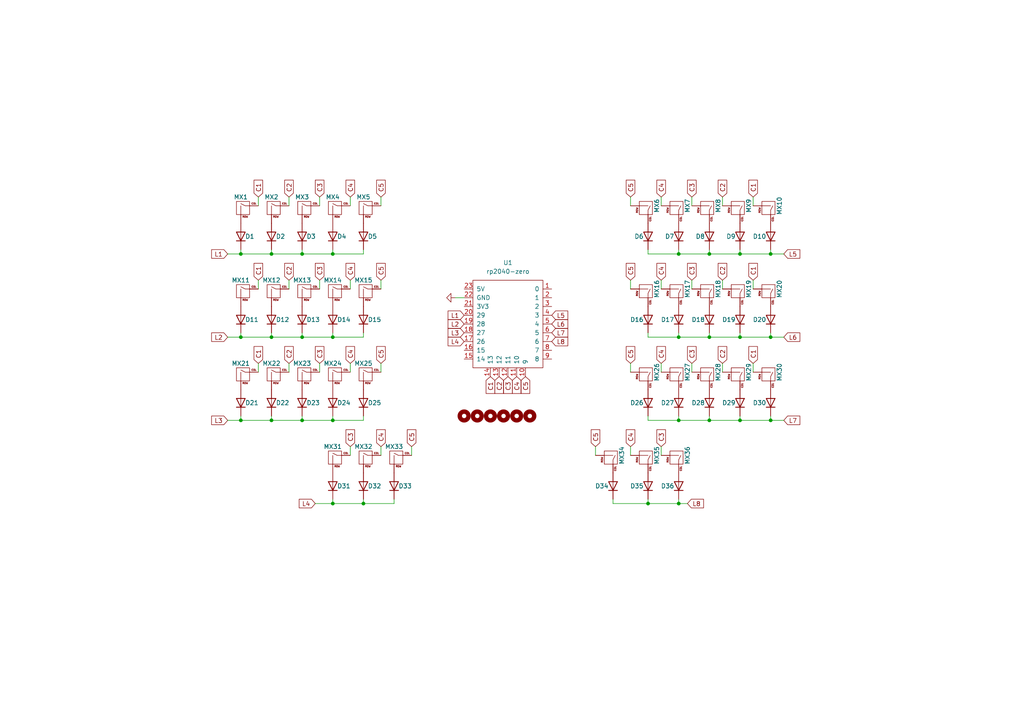
<source format=kicad_sch>
(kicad_sch (version 20230121) (generator eeschema)
  (paper "A4")
  (lib_symbols
    (symbol "Diode:1N4148" (pin_numbers hide) (pin_names hide)
      (property "Reference" "D" (at 0 2.54 0))
      (property "Value" "1N4148" (at 0 -2.54 0))
      (symbol "1N4148_0_1"
        (polyline (pts (xy -1.27 1.27) (xy -1.27 -1.27)) (stroke (width 0.254)))
        (polyline (pts (xy 1.27 0) (xy -1.27 0)))
        (polyline (pts (xy 1.27 1.27) (xy 1.27 -1.27) (xy -1.27 0) (xy 1.27 1.27)) (stroke (width 0.254)))
      )
      (symbol "1N4148_1_1"
        (pin passive line (at -3.81 0 0) (length 2.54) (name "K") (number "1"))
        (pin passive line (at 3.81 0 180) (length 2.54) (name "A") (number "2"))
      )
    )
    (symbol "Mechanical:MountingHole" (pin_names (offset 1.016))
      (property "Reference" "H" (at 0 5.08 0))
      (property "Value" "MountingHole" (at 0 3.175 0))
      (symbol "MountingHole_0_1"
        (circle (center 0 0) (radius 1.27) (stroke (width 1.27)))
      )
    )
    (symbol "PCM_0xcb:MX" (pin_names (offset 1.016))
      (property "Reference" "MX" (at -0.635 1.905 0))
      (property "Value" "MX" (at 0.635 0.635 0))
      (symbol "MX_1_0"
        (text "COL" (at 2.54 0.635 0) (effects (font (size 0.508 0.508))))
      )
      (symbol "MX_1_1"
        (polyline (pts (xy -1.27 -2.54) (xy -1.27 0)))
        (polyline (pts (xy 1.27 0) (xy 0 0) (xy -1.27 0.635)))
        (polyline (pts (xy -2.54 1.27) (xy 1.27 1.27) (xy 1.27 -2.54) (xy -2.54 -2.54) (xy -2.54 1.27)))
        (text "ROW" (at 0 -3.175 0) (effects (font (size 0.508 0.508))))
        (pin passive line (at 3.81 0 180) (length 2.54) (name "COL") (number "1"))
        (pin passive line (at -1.27 -5.08 90) (length 2.54) (name "ROW") (number "2"))
      )
    )
    (symbol "_mcu:rp2040-zero" (pin_names (offset 1.016))
      (property "Reference" "U" (at 0 15.24 0))
      (property "Value" "rp2040-zero" (at 0 12.7 0))
      (symbol "rp2040-zero_0_1"
        (rectangle (start -10.16 11.43) (end 10.16 -13.97))
      )
      (symbol "rp2040-zero_1_1"
        (pin bidirectional line (at 12.7 8.89 180) (length 2.54) (name "0") (number "1"))
        (pin bidirectional line (at 5.08 -16.51 90) (length 2.54) (name "9") (number "10"))
        (pin bidirectional line (at 2.54 -16.51 90) (length 2.54) (name "10") (number "11"))
        (pin bidirectional line (at 0 -16.51 90) (length 2.54) (name "11") (number "12"))
        (pin bidirectional line (at -2.54 -16.51 90) (length 2.54) (name "12") (number "13"))
        (pin bidirectional line (at -5.08 -16.51 90) (length 2.54) (name "13") (number "14"))
        (pin bidirectional line (at -12.7 -11.43 0) (length 2.54) (name "14") (number "15"))
        (pin bidirectional line (at -12.7 -8.89 0) (length 2.54) (name "15") (number "16"))
        (pin bidirectional line (at -12.7 -6.35 0) (length 2.54) (name "26") (number "17"))
        (pin bidirectional line (at -12.7 -3.81 0) (length 2.54) (name "27") (number "18"))
        (pin bidirectional line (at -12.7 -1.27 0) (length 2.54) (name "28") (number "19"))
        (pin bidirectional line (at 12.7 6.35 180) (length 2.54) (name "1") (number "2"))
        (pin bidirectional line (at -12.7 1.27 0) (length 2.54) (name "29") (number "20"))
        (pin power_out line (at -12.7 3.81 0) (length 2.54) (name "3V3") (number "21"))
        (pin power_out line (at -12.7 6.35 0) (length 2.54) (name "GND") (number "22"))
        (pin power_out line (at -12.7 8.89 0) (length 2.54) (name "5V") (number "23"))
        (pin bidirectional line (at 12.7 3.81 180) (length 2.54) (name "2") (number "3"))
        (pin bidirectional line (at 12.7 1.27 180) (length 2.54) (name "3") (number "4"))
        (pin bidirectional line (at 12.7 -1.27 180) (length 2.54) (name "4") (number "5"))
        (pin bidirectional line (at 12.7 -3.81 180) (length 2.54) (name "5") (number "6"))
        (pin bidirectional line (at 12.7 -6.35 180) (length 2.54) (name "6") (number "7"))
        (pin bidirectional line (at 12.7 -8.89 180) (length 2.54) (name "7") (number "8"))
        (pin bidirectional line (at 12.7 -11.43 180) (length 2.54) (name "8") (number "9"))
      )
    )
    (symbol "power:GND" (power) (pin_names (offset 0))
      (property "Value" "GND" (at 0 -3.81 0))
      (symbol "GND_0_1"
        (polyline (pts (xy 0 0) (xy 0 -1.27) (xy 1.27 -1.27) (xy 0 -2.54) (xy -1.27 -1.27) (xy 0 -1.27)))
      )
      (symbol "GND_1_1"
        (pin power_in line (at 0 0 270) (length 0) hide (name "GND") (number "1"))
      )
    )
  )
  (junction (at 69.85 97.79))
  (junction (at 214.63 97.79))
  (junction (at 205.74 97.79))
  (junction (at 96.52 97.79))
  (junction (at 223.52 73.66))
  (junction (at 214.63 73.66))
  (junction (at 69.85 121.92))
  (junction (at 87.63 73.66))
  (junction (at 87.63 121.92))
  (junction (at 78.74 121.92))
  (junction (at 78.74 97.79))
  (junction (at 223.52 121.92))
  (junction (at 105.41 146.05))
  (junction (at 223.52 97.79))
  (junction (at 196.85 97.79))
  (junction (at 96.52 73.66))
  (junction (at 78.74 73.66))
  (junction (at 196.85 121.92))
  (junction (at 214.63 121.92))
  (junction (at 196.85 73.66))
  (junction (at 96.52 146.05))
  (junction (at 69.85 73.66))
  (junction (at 187.96 146.05))
  (junction (at 96.52 121.92))
  (junction (at 205.74 121.92))
  (junction (at 205.74 73.66))
  (junction (at 196.85 146.05))
  (junction (at 87.63 97.79))
  (wire (pts (xy 200.66 57.15) (xy 200.66 59.69)))
  (wire (pts (xy 96.52 73.66) (xy 96.52 72.39)))
  (wire (pts (xy 105.41 146.05) (xy 114.3 146.05)))
  (wire (pts (xy 87.63 121.92) (xy 96.52 121.92)))
  (wire (pts (xy 66.04 73.66) (xy 69.85 73.66)))
  (wire (pts (xy 196.85 146.05) (xy 199.39 146.05)))
  (wire (pts (xy 187.96 73.66) (xy 187.96 72.39)))
  (wire (pts (xy 92.71 105.41) (xy 92.71 107.95)))
  (wire (pts (xy 96.52 146.05) (xy 96.52 144.78)))
  (wire (pts (xy 69.85 73.66) (xy 78.74 73.66)))
  (wire (pts (xy 83.82 81.28) (xy 83.82 83.82)))
  (wire (pts (xy 110.49 129.54) (xy 110.49 132.08)))
  (wire (pts (xy 187.96 121.92) (xy 187.96 120.65)))
  (wire (pts (xy 96.52 97.79) (xy 105.41 97.79)))
  (wire (pts (xy 119.38 129.54) (xy 119.38 132.08)))
  (wire (pts (xy 223.52 97.79) (xy 214.63 97.79)))
  (wire (pts (xy 187.96 146.05) (xy 187.96 144.78)))
  (wire (pts (xy 209.55 57.15) (xy 209.55 59.69)))
  (wire (pts (xy 214.63 73.66) (xy 214.63 72.39)))
  (wire (pts (xy 227.33 97.79) (xy 223.52 97.79)))
  (wire (pts (xy 177.8 146.05) (xy 177.8 144.78)))
  (wire (pts (xy 177.8 146.05) (xy 187.96 146.05)))
  (wire (pts (xy 101.6 105.41) (xy 101.6 107.95)))
  (wire (pts (xy 182.88 129.54) (xy 182.88 132.08)))
  (wire (pts (xy 205.74 121.92) (xy 196.85 121.92)))
  (wire (pts (xy 83.82 105.41) (xy 83.82 107.95)))
  (wire (pts (xy 191.77 129.54) (xy 191.77 132.08)))
  (wire (pts (xy 105.41 73.66) (xy 105.41 72.39)))
  (wire (pts (xy 196.85 146.05) (xy 196.85 144.78)))
  (wire (pts (xy 214.63 121.92) (xy 214.63 120.65)))
  (wire (pts (xy 101.6 129.54) (xy 101.6 132.08)))
  (wire (pts (xy 132.08 86.36) (xy 134.62 86.36)))
  (wire (pts (xy 200.66 105.41) (xy 200.66 107.95)))
  (wire (pts (xy 227.33 73.66) (xy 223.52 73.66)))
  (wire (pts (xy 96.52 73.66) (xy 105.41 73.66)))
  (wire (pts (xy 105.41 121.92) (xy 105.41 120.65)))
  (wire (pts (xy 223.52 120.65) (xy 223.52 121.92)))
  (wire (pts (xy 218.44 57.15) (xy 218.44 59.69)))
  (wire (pts (xy 196.85 121.92) (xy 187.96 121.92)))
  (wire (pts (xy 78.74 121.92) (xy 87.63 121.92)))
  (wire (pts (xy 87.63 97.79) (xy 96.52 97.79)))
  (wire (pts (xy 92.71 81.28) (xy 92.71 83.82)))
  (wire (pts (xy 205.74 73.66) (xy 196.85 73.66)))
  (wire (pts (xy 223.52 73.66) (xy 223.52 72.39)))
  (wire (pts (xy 96.52 146.05) (xy 105.41 146.05)))
  (wire (pts (xy 66.04 121.92) (xy 69.85 121.92)))
  (wire (pts (xy 78.74 97.79) (xy 87.63 97.79)))
  (wire (pts (xy 182.88 81.28) (xy 182.88 83.82)))
  (wire (pts (xy 191.77 57.15) (xy 191.77 59.69)))
  (wire (pts (xy 191.77 81.28) (xy 191.77 83.82)))
  (wire (pts (xy 91.44 146.05) (xy 96.52 146.05)))
  (wire (pts (xy 114.3 146.05) (xy 114.3 144.78)))
  (wire (pts (xy 214.63 97.79) (xy 205.74 97.79)))
  (wire (pts (xy 69.85 73.66) (xy 69.85 72.39)))
  (wire (pts (xy 218.44 105.41) (xy 218.44 107.95)))
  (wire (pts (xy 191.77 105.41) (xy 191.77 107.95)))
  (wire (pts (xy 78.74 73.66) (xy 87.63 73.66)))
  (wire (pts (xy 101.6 57.15) (xy 101.6 59.69)))
  (wire (pts (xy 196.85 97.79) (xy 196.85 96.52)))
  (wire (pts (xy 196.85 73.66) (xy 187.96 73.66)))
  (wire (pts (xy 205.74 73.66) (xy 205.74 72.39)))
  (wire (pts (xy 74.93 81.28) (xy 74.93 83.82)))
  (wire (pts (xy 223.52 121.92) (xy 227.33 121.92)))
  (wire (pts (xy 74.93 57.15) (xy 74.93 59.69)))
  (wire (pts (xy 205.74 121.92) (xy 205.74 120.65)))
  (wire (pts (xy 223.52 97.79) (xy 223.52 96.52)))
  (wire (pts (xy 187.96 97.79) (xy 187.96 96.52)))
  (wire (pts (xy 78.74 97.79) (xy 78.74 96.52)))
  (wire (pts (xy 172.72 129.54) (xy 172.72 132.08)))
  (wire (pts (xy 74.93 105.41) (xy 74.93 107.95)))
  (wire (pts (xy 87.63 97.79) (xy 87.63 96.52)))
  (wire (pts (xy 110.49 57.15) (xy 110.49 59.69)))
  (wire (pts (xy 66.04 97.79) (xy 69.85 97.79)))
  (wire (pts (xy 110.49 105.41) (xy 110.49 107.95)))
  (wire (pts (xy 78.74 121.92) (xy 78.74 120.65)))
  (wire (pts (xy 196.85 146.05) (xy 187.96 146.05)))
  (wire (pts (xy 87.63 73.66) (xy 87.63 72.39)))
  (wire (pts (xy 214.63 121.92) (xy 205.74 121.92)))
  (wire (pts (xy 182.88 105.41) (xy 182.88 107.95)))
  (wire (pts (xy 87.63 121.92) (xy 87.63 120.65)))
  (wire (pts (xy 196.85 73.66) (xy 196.85 72.39)))
  (wire (pts (xy 92.71 57.15) (xy 92.71 59.69)))
  (wire (pts (xy 214.63 97.79) (xy 214.63 96.52)))
  (wire (pts (xy 105.41 97.79) (xy 105.41 96.52)))
  (wire (pts (xy 209.55 105.41) (xy 209.55 107.95)))
  (wire (pts (xy 87.63 73.66) (xy 96.52 73.66)))
  (wire (pts (xy 110.49 81.28) (xy 110.49 83.82)))
  (wire (pts (xy 78.74 73.66) (xy 78.74 72.39)))
  (wire (pts (xy 223.52 73.66) (xy 214.63 73.66)))
  (wire (pts (xy 69.85 97.79) (xy 78.74 97.79)))
  (wire (pts (xy 101.6 81.28) (xy 101.6 83.82)))
  (wire (pts (xy 182.88 57.15) (xy 182.88 59.69)))
  (wire (pts (xy 83.82 57.15) (xy 83.82 59.69)))
  (wire (pts (xy 96.52 121.92) (xy 96.52 120.65)))
  (wire (pts (xy 214.63 73.66) (xy 205.74 73.66)))
  (wire (pts (xy 200.66 81.28) (xy 200.66 83.82)))
  (wire (pts (xy 196.85 121.92) (xy 196.85 120.65)))
  (wire (pts (xy 69.85 120.65) (xy 69.85 121.92)))
  (wire (pts (xy 96.52 121.92) (xy 105.41 121.92)))
  (wire (pts (xy 209.55 81.28) (xy 209.55 83.82)))
  (wire (pts (xy 69.85 121.92) (xy 78.74 121.92)))
  (wire (pts (xy 69.85 97.79) (xy 69.85 96.52)))
  (wire (pts (xy 196.85 97.79) (xy 187.96 97.79)))
  (wire (pts (xy 96.52 97.79) (xy 96.52 96.52)))
  (wire (pts (xy 205.74 97.79) (xy 196.85 97.79)))
  (wire (pts (xy 205.74 97.79) (xy 205.74 96.52)))
  (wire (pts (xy 218.44 81.28) (xy 218.44 83.82)))
  (wire (pts (xy 105.41 146.05) (xy 105.41 144.78)))
  (wire (pts (xy 214.63 121.92) (xy 223.52 121.92)))
  (global_label "C5" (shape input) (at 182.88 81.28 90) (property "Intersheetrefs" "${INTERSHEET_REFS}" (effects hide)))
  (global_label "C5" (shape input) (at 182.88 105.41 90) (property "Intersheetrefs" "${INTERSHEET_REFS}" (effects hide)))
  (global_label "C3" (shape input) (at 200.66 105.41 90) (property "Intersheetrefs" "${INTERSHEET_REFS}" (effects hide)))
  (global_label "C3" (shape input) (at 92.71 81.28 90) (property "Intersheetrefs" "${INTERSHEET_REFS}" (effects hide)))
  (global_label "L6" (shape input) (at 160.02 93.98 0) (property "Intersheetrefs" "${INTERSHEET_REFS}" (effects hide)))
  (global_label "C3" (shape input) (at 191.77 129.54 90) (property "Intersheetrefs" "${INTERSHEET_REFS}" (effects hide)))
  (global_label "L2" (shape input) (at 134.62 93.98 180) (property "Intersheetrefs" "${INTERSHEET_REFS}" (effects hide)))
  (global_label "L4" (shape input) (at 91.44 146.05 180) (property "Intersheetrefs" "${INTERSHEET_REFS}" (effects hide)))
  (global_label "C4" (shape input) (at 110.49 129.54 90) (property "Intersheetrefs" "${INTERSHEET_REFS}" (effects hide)))
  (global_label "C3" (shape input) (at 200.66 57.15 90) (property "Intersheetrefs" "${INTERSHEET_REFS}" (effects hide)))
  (global_label "L1" (shape input) (at 66.04 73.66 180) (property "Intersheetrefs" "${INTERSHEET_REFS}" (effects hide)))
  (global_label "C2" (shape input) (at 209.55 81.28 90) (property "Intersheetrefs" "${INTERSHEET_REFS}" (effects hide)))
  (global_label "L8" (shape input) (at 160.02 99.06 0) (property "Intersheetrefs" "${INTERSHEET_REFS}" (effects hide)))
  (global_label "C2" (shape input) (at 83.82 81.28 90) (property "Intersheetrefs" "${INTERSHEET_REFS}" (effects hide)))
  (global_label "C3" (shape input) (at 200.66 81.28 90) (property "Intersheetrefs" "${INTERSHEET_REFS}" (effects hide)))
  (global_label "C5" (shape input) (at 110.49 57.15 90) (property "Intersheetrefs" "${INTERSHEET_REFS}" (effects hide)))
  (global_label "C2" (shape input) (at 83.82 57.15 90) (property "Intersheetrefs" "${INTERSHEET_REFS}" (effects hide)))
  (global_label "C2" (shape input) (at 209.55 105.41 90) (property "Intersheetrefs" "${INTERSHEET_REFS}" (effects hide)))
  (global_label "L1" (shape input) (at 134.62 91.44 180) (property "Intersheetrefs" "${INTERSHEET_REFS}" (effects hide)))
  (global_label "C1" (shape input) (at 74.93 81.28 90) (property "Intersheetrefs" "${INTERSHEET_REFS}" (effects hide)))
  (global_label "C4" (shape input) (at 182.88 129.54 90) (property "Intersheetrefs" "${INTERSHEET_REFS}" (effects hide)))
  (global_label "C4" (shape input) (at 191.77 105.41 90) (property "Intersheetrefs" "${INTERSHEET_REFS}" (effects hide)))
  (global_label "C4" (shape input) (at 101.6 57.15 90) (property "Intersheetrefs" "${INTERSHEET_REFS}" (effects hide)))
  (global_label "C2" (shape input) (at 83.82 105.41 90) (property "Intersheetrefs" "${INTERSHEET_REFS}" (effects hide)))
  (global_label "L3" (shape input) (at 134.62 96.52 180) (property "Intersheetrefs" "${INTERSHEET_REFS}" (effects hide)))
  (global_label "C1" (shape input) (at 218.44 105.41 90) (property "Intersheetrefs" "${INTERSHEET_REFS}" (effects hide)))
  (global_label "C4" (shape input) (at 149.86 109.22 270) (property "Intersheetrefs" "${INTERSHEET_REFS}" (effects hide)))
  (global_label "C1" (shape input) (at 74.93 57.15 90) (property "Intersheetrefs" "${INTERSHEET_REFS}" (effects hide)))
  (global_label "L6" (shape input) (at 227.33 97.79 0) (property "Intersheetrefs" "${INTERSHEET_REFS}" (effects hide)))
  (global_label "C5" (shape input) (at 110.49 81.28 90) (property "Intersheetrefs" "${INTERSHEET_REFS}" (effects hide)))
  (global_label "C4" (shape input) (at 101.6 81.28 90) (property "Intersheetrefs" "${INTERSHEET_REFS}" (effects hide)))
  (global_label "C1" (shape input) (at 218.44 57.15 90) (property "Intersheetrefs" "${INTERSHEET_REFS}" (effects hide)))
  (global_label "C5" (shape input) (at 172.72 129.54 90) (property "Intersheetrefs" "${INTERSHEET_REFS}" (effects hide)))
  (global_label "L5" (shape input) (at 227.33 73.66 0) (property "Intersheetrefs" "${INTERSHEET_REFS}" (effects hide)))
  (global_label "C3" (shape input) (at 101.6 129.54 90) (property "Intersheetrefs" "${INTERSHEET_REFS}" (effects hide)))
  (global_label "L2" (shape input) (at 66.04 97.79 180) (property "Intersheetrefs" "${INTERSHEET_REFS}" (effects hide)))
  (global_label "L4" (shape input) (at 134.62 99.06 180) (property "Intersheetrefs" "${INTERSHEET_REFS}" (effects hide)))
  (global_label "C3" (shape input) (at 92.71 105.41 90) (property "Intersheetrefs" "${INTERSHEET_REFS}" (effects hide)))
  (global_label "C5" (shape input) (at 119.38 129.54 90) (property "Intersheetrefs" "${INTERSHEET_REFS}" (effects hide)))
  (global_label "C4" (shape input) (at 101.6 105.41 90) (property "Intersheetrefs" "${INTERSHEET_REFS}" (effects hide)))
  (global_label "C4" (shape input) (at 191.77 57.15 90) (property "Intersheetrefs" "${INTERSHEET_REFS}" (effects hide)))
  (global_label "L7" (shape input) (at 160.02 96.52 0) (property "Intersheetrefs" "${INTERSHEET_REFS}" (effects hide)))
  (global_label "C5" (shape input) (at 110.49 105.41 90) (property "Intersheetrefs" "${INTERSHEET_REFS}" (effects hide)))
  (global_label "C5" (shape input) (at 182.88 57.15 90) (property "Intersheetrefs" "${INTERSHEET_REFS}" (effects hide)))
  (global_label "L3" (shape input) (at 66.04 121.92 180) (property "Intersheetrefs" "${INTERSHEET_REFS}" (effects hide)))
  (global_label "L5" (shape input) (at 160.02 91.44 0) (property "Intersheetrefs" "${INTERSHEET_REFS}" (effects hide)))
  (global_label "C4" (shape input) (at 191.77 81.28 90) (property "Intersheetrefs" "${INTERSHEET_REFS}" (effects hide)))
  (global_label "C3" (shape input) (at 147.32 109.22 270) (property "Intersheetrefs" "${INTERSHEET_REFS}" (effects hide)))
  (global_label "L7" (shape input) (at 227.33 121.92 0) (property "Intersheetrefs" "${INTERSHEET_REFS}" (effects hide)))
  (global_label "L8" (shape input) (at 199.39 146.05 0) (property "Intersheetrefs" "${INTERSHEET_REFS}" (effects hide)))
  (global_label "C2" (shape input) (at 209.55 57.15 90) (property "Intersheetrefs" "${INTERSHEET_REFS}" (effects hide)))
  (global_label "C3" (shape input) (at 92.71 57.15 90) (property "Intersheetrefs" "${INTERSHEET_REFS}" (effects hide)))
  (global_label "C5" (shape input) (at 152.4 109.22 270) (property "Intersheetrefs" "${INTERSHEET_REFS}" (effects hide)))
  (global_label "C1" (shape input) (at 218.44 81.28 90) (property "Intersheetrefs" "${INTERSHEET_REFS}" (effects hide)))
  (global_label "C2" (shape input) (at 144.78 109.22 270) (property "Intersheetrefs" "${INTERSHEET_REFS}" (effects hide)))
  (global_label "C1" (shape input) (at 74.93 105.41 90) (property "Intersheetrefs" "${INTERSHEET_REFS}" (effects hide)))
  (global_label "C1" (shape input) (at 142.24 109.22 270) (property "Intersheetrefs" "${INTERSHEET_REFS}" (effects hide)))
  (symbol (lib_id "PCM_0xcb:MX") (at 115.57 132.08 0) (unit 1)
    (property "Reference" "MX33" (at 114.3 129.54 0))
    (property "Value" "MX" (effects hide))
    (property "Footprint" "_mx:MX-Alps-Hybrid-1U" (effects hide))
  )
  (symbol (lib_id "Diode:1N4148") (at 214.63 68.58 270) (mirror x) (unit 1)
    (property "Reference" "D9" (at 213.36 68.58 90) (effects (justify right)))
    (property "Value" "1N4148" (effects hide))
    (property "Footprint" "Diode_THT:D_DO-35_SOD27_P7.62mm_Horizontal" (effects hide))
    (property "Datasheet" "https://assets.nexperia.com/documents/data-sheet/1N4148_1N4448.pdf" (effects hide))
    (property "Sim.Device" "D" (effects hide))
    (property "Sim.Pins" "1=K 2=A" (effects hide))
  )
  (symbol (lib_id "Diode:1N4148") (at 114.3 140.97 90) (unit 1)
    (property "Reference" "D33" (at 115.57 140.97 90) (effects (justify right)))
    (property "Value" "1N4148" (effects hide))
    (property "Footprint" "Diode_THT:D_DO-35_SOD27_P7.62mm_Horizontal" (effects hide))
    (property "Datasheet" "https://assets.nexperia.com/documents/data-sheet/1N4148_1N4448.pdf" (effects hide))
    (property "Sim.Device" "D" (effects hide))
    (property "Sim.Pins" "1=K 2=A" (effects hide))
  )
  (symbol (lib_id "PCM_0xcb:MX") (at 187.96 60.96 270) (unit 1)
    (property "Reference" "MX6" (at 190.5 59.69 0))
    (property "Value" "MX" (effects hide))
    (property "Footprint" "_mx:MX-Alps-Hybrid-1U" (effects hide))
  )
  (symbol (lib_id "PCM_0xcb:MX") (at 97.79 107.95 0) (unit 1)
    (property "Reference" "MX24" (at 96.52 105.41 0))
    (property "Value" "MX" (effects hide))
    (property "Footprint" "_mx:MX-Alps-Hybrid-1U" (effects hide))
  )
  (symbol (lib_id "Diode:1N4148") (at 205.74 92.71 270) (mirror x) (unit 1)
    (property "Reference" "D18" (at 204.47 92.71 90) (effects (justify right)))
    (property "Value" "1N4148" (effects hide))
    (property "Footprint" "Diode_THT:D_DO-35_SOD27_P7.62mm_Horizontal" (effects hide))
    (property "Datasheet" "https://assets.nexperia.com/documents/data-sheet/1N4148_1N4448.pdf" (effects hide))
    (property "Sim.Device" "D" (effects hide))
    (property "Sim.Pins" "1=K 2=A" (effects hide))
  )
  (symbol (lib_id "PCM_0xcb:MX") (at 196.85 85.09 270) (unit 1)
    (property "Reference" "MX17" (at 199.39 83.82 0))
    (property "Value" "MX" (effects hide))
    (property "Footprint" "_mx:MX-Alps-Hybrid-1U" (effects hide))
  )
  (symbol (lib_id "Mechanical:MountingHole") (at 142.24 120.65 0) (unit 1)
    (property "Reference" "H3" (effects hide))
    (property "Value" "MountingHole" (effects hide))
    (property "Footprint" "MountingHole:MountingHole_2.2mm_M2" (effects hide))
  )
  (symbol (lib_id "PCM_0xcb:MX") (at 88.9 59.69 0) (unit 1)
    (property "Reference" "MX3" (at 87.63 57.15 0))
    (property "Value" "MX" (effects hide))
    (property "Footprint" "_mx:MX-Alps-Hybrid-1U" (effects hide))
  )
  (symbol (lib_id "Diode:1N4148") (at 87.63 92.71 90) (unit 1)
    (property "Reference" "D13" (at 88.9 92.71 90) (effects (justify right)))
    (property "Value" "1N4148" (effects hide))
    (property "Footprint" "Diode_THT:D_DO-35_SOD27_P7.62mm_Horizontal" (effects hide))
    (property "Datasheet" "https://assets.nexperia.com/documents/data-sheet/1N4148_1N4448.pdf" (effects hide))
    (property "Sim.Device" "D" (effects hide))
    (property "Sim.Pins" "1=K 2=A" (effects hide))
  )
  (symbol (lib_id "PCM_0xcb:MX") (at 80.01 83.82 0) (unit 1)
    (property "Reference" "MX12" (at 78.74 81.28 0))
    (property "Value" "MX" (effects hide))
    (property "Footprint" "_mx:MX-Alps-Hybrid-1U" (effects hide))
  )
  (symbol (lib_id "_mcu:rp2040-zero") (at 147.32 92.71 0) (unit 1)
    (property "Reference" "U1" (at 147.32 76.2 0))
    (property "Value" "rp2040-zero" (at 147.32 78.74 0))
    (property "Footprint" "_mcu:rp2040-zero-tht" (effects hide))
  )
  (symbol (lib_id "PCM_0xcb:MX") (at 106.68 132.08 0) (unit 1)
    (property "Reference" "MX32" (at 105.41 129.54 0))
    (property "Value" "MX" (effects hide))
    (property "Footprint" "_mx:MX-Alps-Hybrid-1U" (effects hide))
  )
  (symbol (lib_id "Diode:1N4148") (at 223.52 92.71 270) (mirror x) (unit 1)
    (property "Reference" "D20" (at 222.25 92.71 90) (effects (justify right)))
    (property "Value" "1N4148" (effects hide))
    (property "Footprint" "Diode_THT:D_DO-35_SOD27_P7.62mm_Horizontal" (effects hide))
    (property "Datasheet" "https://assets.nexperia.com/documents/data-sheet/1N4148_1N4448.pdf" (effects hide))
    (property "Sim.Device" "D" (effects hide))
    (property "Sim.Pins" "1=K 2=A" (effects hide))
  )
  (symbol (lib_id "Mechanical:MountingHole") (at 153.67 120.65 0) (unit 1)
    (property "Reference" "H6" (effects hide))
    (property "Value" "MountingHole" (effects hide))
    (property "Footprint" "MountingHole:MountingHole_2.2mm_M2" (effects hide))
  )
  (symbol (lib_id "Diode:1N4148") (at 69.85 68.58 90) (unit 1)
    (property "Reference" "D1" (at 71.12 68.58 90) (effects (justify right)))
    (property "Value" "1N4148" (effects hide))
    (property "Footprint" "Diode_THT:D_DO-35_SOD27_P7.62mm_Horizontal" (effects hide))
    (property "Datasheet" "https://assets.nexperia.com/documents/data-sheet/1N4148_1N4448.pdf" (effects hide))
    (property "Sim.Device" "D" (effects hide))
    (property "Sim.Pins" "1=K 2=A" (effects hide))
  )
  (symbol (lib_id "PCM_0xcb:MX") (at 214.63 60.96 270) (unit 1)
    (property "Reference" "MX9" (at 217.17 59.69 0))
    (property "Value" "MX" (effects hide))
    (property "Footprint" "_mx:MX-Alps-Hybrid-1U" (effects hide))
  )
  (symbol (lib_id "PCM_0xcb:MX") (at 205.74 60.96 270) (unit 1)
    (property "Reference" "MX8" (at 208.28 59.69 0))
    (property "Value" "MX" (effects hide))
    (property "Footprint" "_mx:MX-Alps-Hybrid-1U" (effects hide))
  )
  (symbol (lib_id "Diode:1N4148") (at 223.52 68.58 270) (mirror x) (unit 1)
    (property "Reference" "D10" (at 222.25 68.58 90) (effects (justify right)))
    (property "Value" "1N4148" (effects hide))
    (property "Footprint" "Diode_THT:D_DO-35_SOD27_P7.62mm_Horizontal" (effects hide))
    (property "Datasheet" "https://assets.nexperia.com/documents/data-sheet/1N4148_1N4448.pdf" (effects hide))
    (property "Sim.Device" "D" (effects hide))
    (property "Sim.Pins" "1=K 2=A" (effects hide))
  )
  (symbol (lib_id "Mechanical:MountingHole") (at 146.05 120.65 0) (unit 1)
    (property "Reference" "H4" (effects hide))
    (property "Value" "MountingHole" (effects hide))
    (property "Footprint" "MountingHole:MountingHole_2.2mm_M2" (effects hide))
  )
  (symbol (lib_id "Diode:1N4148") (at 78.74 92.71 90) (unit 1)
    (property "Reference" "D12" (at 80.01 92.71 90) (effects (justify right)))
    (property "Value" "1N4148" (effects hide))
    (property "Footprint" "Diode_THT:D_DO-35_SOD27_P7.62mm_Horizontal" (effects hide))
    (property "Datasheet" "https://assets.nexperia.com/documents/data-sheet/1N4148_1N4448.pdf" (effects hide))
    (property "Sim.Device" "D" (effects hide))
    (property "Sim.Pins" "1=K 2=A" (effects hide))
  )
  (symbol (lib_id "Diode:1N4148") (at 205.74 116.84 270) (mirror x) (unit 1)
    (property "Reference" "D28" (at 204.47 116.84 90) (effects (justify right)))
    (property "Value" "1N4148" (effects hide))
    (property "Footprint" "Diode_THT:D_DO-35_SOD27_P7.62mm_Horizontal" (effects hide))
    (property "Datasheet" "https://assets.nexperia.com/documents/data-sheet/1N4148_1N4448.pdf" (effects hide))
    (property "Sim.Device" "D" (effects hide))
    (property "Sim.Pins" "1=K 2=A" (effects hide))
  )
  (symbol (lib_id "Diode:1N4148") (at 223.52 116.84 270) (mirror x) (unit 1)
    (property "Reference" "D30" (at 222.25 116.84 90) (effects (justify right)))
    (property "Value" "1N4148" (effects hide))
    (property "Footprint" "Diode_THT:D_DO-35_SOD27_P7.62mm_Horizontal" (effects hide))
    (property "Datasheet" "https://assets.nexperia.com/documents/data-sheet/1N4148_1N4448.pdf" (effects hide))
    (property "Sim.Device" "D" (effects hide))
    (property "Sim.Pins" "1=K 2=A" (effects hide))
  )
  (symbol (lib_id "PCM_0xcb:MX") (at 214.63 109.22 270) (unit 1)
    (property "Reference" "MX29" (at 217.17 107.95 0))
    (property "Value" "MX" (effects hide))
    (property "Footprint" "_mx:MX-Alps-Hybrid-1U" (effects hide))
  )
  (symbol (lib_id "PCM_0xcb:MX") (at 80.01 59.69 0) (unit 1)
    (property "Reference" "MX2" (at 78.74 57.15 0))
    (property "Value" "MX" (effects hide))
    (property "Footprint" "_mx:MX-Alps-Hybrid-1U" (effects hide))
  )
  (symbol (lib_id "Diode:1N4148") (at 96.52 68.58 90) (unit 1)
    (property "Reference" "D4" (at 97.79 68.58 90) (effects (justify right)))
    (property "Value" "1N4148" (effects hide))
    (property "Footprint" "Diode_THT:D_DO-35_SOD27_P7.62mm_Horizontal" (effects hide))
    (property "Datasheet" "https://assets.nexperia.com/documents/data-sheet/1N4148_1N4448.pdf" (effects hide))
    (property "Sim.Device" "D" (effects hide))
    (property "Sim.Pins" "1=K 2=A" (effects hide))
  )
  (symbol (lib_id "PCM_0xcb:MX") (at 71.12 107.95 0) (unit 1)
    (property "Reference" "MX21" (at 69.85 105.41 0))
    (property "Value" "MX" (effects hide))
    (property "Footprint" "_mx:MX-Alps-Hybrid-1U" (effects hide))
  )
  (symbol (lib_id "Diode:1N4148") (at 187.96 140.97 270) (mirror x) (unit 1)
    (property "Reference" "D35" (at 186.69 140.97 90) (effects (justify right)))
    (property "Value" "1N4148" (effects hide))
    (property "Footprint" "Diode_THT:D_DO-35_SOD27_P7.62mm_Horizontal" (effects hide))
    (property "Datasheet" "https://assets.nexperia.com/documents/data-sheet/1N4148_1N4448.pdf" (effects hide))
    (property "Sim.Device" "D" (effects hide))
    (property "Sim.Pins" "1=K 2=A" (effects hide))
  )
  (symbol (lib_id "Diode:1N4148") (at 78.74 68.58 90) (unit 1)
    (property "Reference" "D2" (at 80.01 68.58 90) (effects (justify right)))
    (property "Value" "1N4148" (effects hide))
    (property "Footprint" "Diode_THT:D_DO-35_SOD27_P7.62mm_Horizontal" (effects hide))
    (property "Datasheet" "https://assets.nexperia.com/documents/data-sheet/1N4148_1N4448.pdf" (effects hide))
    (property "Sim.Device" "D" (effects hide))
    (property "Sim.Pins" "1=K 2=A" (effects hide))
  )
  (symbol (lib_id "PCM_0xcb:MX") (at 88.9 107.95 0) (unit 1)
    (property "Reference" "MX23" (at 87.63 105.41 0))
    (property "Value" "MX" (effects hide))
    (property "Footprint" "_mx:MX-Alps-Hybrid-1U" (effects hide))
  )
  (symbol (lib_id "Diode:1N4148") (at 214.63 116.84 270) (mirror x) (unit 1)
    (property "Reference" "D29" (at 213.36 116.84 90) (effects (justify right)))
    (property "Value" "1N4148" (effects hide))
    (property "Footprint" "Diode_THT:D_DO-35_SOD27_P7.62mm_Horizontal" (effects hide))
    (property "Datasheet" "https://assets.nexperia.com/documents/data-sheet/1N4148_1N4448.pdf" (effects hide))
    (property "Sim.Device" "D" (effects hide))
    (property "Sim.Pins" "1=K 2=A" (effects hide))
  )
  (symbol (lib_id "Diode:1N4148") (at 196.85 116.84 270) (mirror x) (unit 1)
    (property "Reference" "D27" (at 195.58 116.84 90) (effects (justify right)))
    (property "Value" "1N4148" (effects hide))
    (property "Footprint" "Diode_THT:D_DO-35_SOD27_P7.62mm_Horizontal" (effects hide))
    (property "Datasheet" "https://assets.nexperia.com/documents/data-sheet/1N4148_1N4448.pdf" (effects hide))
    (property "Sim.Device" "D" (effects hide))
    (property "Sim.Pins" "1=K 2=A" (effects hide))
  )
  (symbol (lib_id "PCM_0xcb:MX") (at 106.68 83.82 0) (unit 1)
    (property "Reference" "MX15" (at 105.41 81.28 0))
    (property "Value" "MX" (effects hide))
    (property "Footprint" "_mx:MX-Alps-Hybrid-1U" (effects hide))
  )
  (symbol (lib_id "PCM_0xcb:MX") (at 223.52 85.09 270) (unit 1)
    (property "Reference" "MX20" (at 226.06 83.82 0))
    (property "Value" "MX" (effects hide))
    (property "Footprint" "_mx:MX-Alps-Hybrid-1U" (effects hide))
  )
  (symbol (lib_id "PCM_0xcb:MX") (at 106.68 107.95 0) (unit 1)
    (property "Reference" "MX25" (at 105.41 105.41 0))
    (property "Value" "MX" (effects hide))
    (property "Footprint" "_mx:MX-Alps-Hybrid-1U" (effects hide))
  )
  (symbol (lib_id "Diode:1N4148") (at 105.41 116.84 90) (unit 1)
    (property "Reference" "D25" (at 106.68 116.84 90) (effects (justify right)))
    (property "Value" "1N4148" (effects hide))
    (property "Footprint" "Diode_THT:D_DO-35_SOD27_P7.62mm_Horizontal" (effects hide))
    (property "Datasheet" "https://assets.nexperia.com/documents/data-sheet/1N4148_1N4448.pdf" (effects hide))
    (property "Sim.Device" "D" (effects hide))
    (property "Sim.Pins" "1=K 2=A" (effects hide))
  )
  (symbol (lib_id "PCM_0xcb:MX") (at 196.85 109.22 270) (unit 1)
    (property "Reference" "MX27" (at 199.39 107.95 0))
    (property "Value" "MX" (effects hide))
    (property "Footprint" "_mx:MX-Alps-Hybrid-1U" (effects hide))
  )
  (symbol (lib_id "PCM_0xcb:MX") (at 97.79 83.82 0) (unit 1)
    (property "Reference" "MX14" (at 96.52 81.28 0))
    (property "Value" "MX" (effects hide))
    (property "Footprint" "_mx:MX-Alps-Hybrid-1U" (effects hide))
  )
  (symbol (lib_id "Diode:1N4148") (at 196.85 92.71 270) (mirror x) (unit 1)
    (property "Reference" "D17" (at 195.58 92.71 90) (effects (justify right)))
    (property "Value" "1N4148" (effects hide))
    (property "Footprint" "Diode_THT:D_DO-35_SOD27_P7.62mm_Horizontal" (effects hide))
    (property "Datasheet" "https://assets.nexperia.com/documents/data-sheet/1N4148_1N4448.pdf" (effects hide))
    (property "Sim.Device" "D" (effects hide))
    (property "Sim.Pins" "1=K 2=A" (effects hide))
  )
  (symbol (lib_id "PCM_0xcb:MX") (at 97.79 132.08 0) (unit 1)
    (property "Reference" "MX31" (at 96.52 129.54 0))
    (property "Value" "MX" (effects hide))
    (property "Footprint" "_mx:MX-Alps-Hybrid-1U" (effects hide))
  )
  (symbol (lib_id "PCM_0xcb:MX") (at 106.68 59.69 0) (unit 1)
    (property "Reference" "MX5" (at 105.41 57.15 0))
    (property "Value" "MX" (effects hide))
    (property "Footprint" "_mx:MX-Alps-Hybrid-1U" (effects hide))
  )
  (symbol (lib_id "Diode:1N4148") (at 205.74 68.58 270) (mirror x) (unit 1)
    (property "Reference" "D8" (at 204.47 68.58 90) (effects (justify right)))
    (property "Value" "1N4148" (effects hide))
    (property "Footprint" "Diode_THT:D_DO-35_SOD27_P7.62mm_Horizontal" (effects hide))
    (property "Datasheet" "https://assets.nexperia.com/documents/data-sheet/1N4148_1N4448.pdf" (effects hide))
    (property "Sim.Device" "D" (effects hide))
    (property "Sim.Pins" "1=K 2=A" (effects hide))
  )
  (symbol (lib_id "Mechanical:MountingHole") (at 138.43 120.65 0) (unit 1)
    (property "Reference" "H2" (effects hide))
    (property "Value" "MountingHole" (effects hide))
    (property "Footprint" "MountingHole:MountingHole_2.2mm_M2" (effects hide))
  )
  (symbol (lib_id "PCM_0xcb:MX") (at 71.12 83.82 0) (unit 1)
    (property "Reference" "MX11" (at 69.85 81.28 0))
    (property "Value" "MX" (effects hide))
    (property "Footprint" "_mx:MX-Alps-Hybrid-1U" (effects hide))
  )
  (symbol (lib_id "Diode:1N4148") (at 69.85 116.84 90) (unit 1)
    (property "Reference" "D21" (at 71.12 116.84 90) (effects (justify right)))
    (property "Value" "1N4148" (effects hide))
    (property "Footprint" "Diode_THT:D_DO-35_SOD27_P7.62mm_Horizontal" (effects hide))
    (property "Datasheet" "https://assets.nexperia.com/documents/data-sheet/1N4148_1N4448.pdf" (effects hide))
    (property "Sim.Device" "D" (effects hide))
    (property "Sim.Pins" "1=K 2=A" (effects hide))
  )
  (symbol (lib_id "Diode:1N4148") (at 96.52 92.71 90) (unit 1)
    (property "Reference" "D14" (at 97.79 92.71 90) (effects (justify right)))
    (property "Value" "1N4148" (effects hide))
    (property "Footprint" "Diode_THT:D_DO-35_SOD27_P7.62mm_Horizontal" (effects hide))
    (property "Datasheet" "https://assets.nexperia.com/documents/data-sheet/1N4148_1N4448.pdf" (effects hide))
    (property "Sim.Device" "D" (effects hide))
    (property "Sim.Pins" "1=K 2=A" (effects hide))
  )
  (symbol (lib_id "Diode:1N4148") (at 78.74 116.84 90) (unit 1)
    (property "Reference" "D22" (at 80.01 116.84 90) (effects (justify right)))
    (property "Value" "1N4148" (effects hide))
    (property "Footprint" "Diode_THT:D_DO-35_SOD27_P7.62mm_Horizontal" (effects hide))
    (property "Datasheet" "https://assets.nexperia.com/documents/data-sheet/1N4148_1N4448.pdf" (effects hide))
    (property "Sim.Device" "D" (effects hide))
    (property "Sim.Pins" "1=K 2=A" (effects hide))
  )
  (symbol (lib_id "PCM_0xcb:MX") (at 223.52 109.22 270) (unit 1)
    (property "Reference" "MX30" (at 226.06 107.95 0))
    (property "Value" "MX" (effects hide))
    (property "Footprint" "_mx:MX-Alps-Hybrid-1U" (effects hide))
  )
  (symbol (lib_id "PCM_0xcb:MX") (at 196.85 60.96 270) (unit 1)
    (property "Reference" "MX7" (at 199.39 59.69 0))
    (property "Value" "MX" (effects hide))
    (property "Footprint" "_mx:MX-Alps-Hybrid-1U" (effects hide))
  )
  (symbol (lib_id "PCM_0xcb:MX") (at 214.63 85.09 270) (unit 1)
    (property "Reference" "MX19" (at 217.17 83.82 0))
    (property "Value" "MX" (effects hide))
    (property "Footprint" "_mx:MX-Alps-Hybrid-1U" (effects hide))
  )
  (symbol (lib_id "PCM_0xcb:MX") (at 80.01 107.95 0) (unit 1)
    (property "Reference" "MX22" (at 78.74 105.41 0))
    (property "Value" "MX" (effects hide))
    (property "Footprint" "_mx:MX-Alps-Hybrid-1U" (effects hide))
  )
  (symbol (lib_id "Diode:1N4148") (at 105.41 68.58 90) (unit 1)
    (property "Reference" "D5" (at 106.68 68.58 90) (effects (justify right)))
    (property "Value" "1N4148" (effects hide))
    (property "Footprint" "Diode_THT:D_DO-35_SOD27_P7.62mm_Horizontal" (effects hide))
    (property "Datasheet" "https://assets.nexperia.com/documents/data-sheet/1N4148_1N4448.pdf" (effects hide))
    (property "Sim.Device" "D" (effects hide))
    (property "Sim.Pins" "1=K 2=A" (effects hide))
  )
  (symbol (lib_id "Diode:1N4148") (at 105.41 140.97 90) (unit 1)
    (property "Reference" "D32" (at 106.68 140.97 90) (effects (justify right)))
    (property "Value" "1N4148" (effects hide))
    (property "Footprint" "Diode_THT:D_DO-35_SOD27_P7.62mm_Horizontal" (effects hide))
    (property "Datasheet" "https://assets.nexperia.com/documents/data-sheet/1N4148_1N4448.pdf" (effects hide))
    (property "Sim.Device" "D" (effects hide))
    (property "Sim.Pins" "1=K 2=A" (effects hide))
  )
  (symbol (lib_id "power:GND") (at 132.08 86.36 270) (unit 1)
    (property "Reference" "#PWR01" (effects hide))
    (property "Value" "GND" (effects hide))
  )
  (symbol (lib_id "Diode:1N4148") (at 177.8 140.97 270) (mirror x) (unit 1)
    (property "Reference" "D34" (at 176.53 140.97 90) (effects (justify right)))
    (property "Value" "1N4148" (effects hide))
    (property "Footprint" "Diode_THT:D_DO-35_SOD27_P7.62mm_Horizontal" (effects hide))
    (property "Datasheet" "https://assets.nexperia.com/documents/data-sheet/1N4148_1N4448.pdf" (effects hide))
    (property "Sim.Device" "D" (effects hide))
    (property "Sim.Pins" "1=K 2=A" (effects hide))
  )
  (symbol (lib_id "Diode:1N4148") (at 187.96 116.84 270) (mirror x) (unit 1)
    (property "Reference" "D26" (at 186.69 116.84 90) (effects (justify right)))
    (property "Value" "1N4148" (effects hide))
    (property "Footprint" "Diode_THT:D_DO-35_SOD27_P7.62mm_Horizontal" (effects hide))
    (property "Datasheet" "https://assets.nexperia.com/documents/data-sheet/1N4148_1N4448.pdf" (effects hide))
    (property "Sim.Device" "D" (effects hide))
    (property "Sim.Pins" "1=K 2=A" (effects hide))
  )
  (symbol (lib_id "Diode:1N4148") (at 96.52 140.97 90) (unit 1)
    (property "Reference" "D31" (at 97.79 140.97 90) (effects (justify right)))
    (property "Value" "1N4148" (effects hide))
    (property "Footprint" "Diode_THT:D_DO-35_SOD27_P7.62mm_Horizontal" (effects hide))
    (property "Datasheet" "https://assets.nexperia.com/documents/data-sheet/1N4148_1N4448.pdf" (effects hide))
    (property "Sim.Device" "D" (effects hide))
    (property "Sim.Pins" "1=K 2=A" (effects hide))
  )
  (symbol (lib_id "Diode:1N4148") (at 87.63 116.84 90) (unit 1)
    (property "Reference" "D23" (at 88.9 116.84 90) (effects (justify right)))
    (property "Value" "1N4148" (effects hide))
    (property "Footprint" "Diode_THT:D_DO-35_SOD27_P7.62mm_Horizontal" (effects hide))
    (property "Datasheet" "https://assets.nexperia.com/documents/data-sheet/1N4148_1N4448.pdf" (effects hide))
    (property "Sim.Device" "D" (effects hide))
    (property "Sim.Pins" "1=K 2=A" (effects hide))
  )
  (symbol (lib_id "Diode:1N4148") (at 196.85 68.58 270) (mirror x) (unit 1)
    (property "Reference" "D7" (at 195.58 68.58 90) (effects (justify right)))
    (property "Value" "1N4148" (effects hide))
    (property "Footprint" "Diode_THT:D_DO-35_SOD27_P7.62mm_Horizontal" (effects hide))
    (property "Datasheet" "https://assets.nexperia.com/documents/data-sheet/1N4148_1N4448.pdf" (effects hide))
    (property "Sim.Device" "D" (effects hide))
    (property "Sim.Pins" "1=K 2=A" (effects hide))
  )
  (symbol (lib_id "Diode:1N4148") (at 87.63 68.58 90) (unit 1)
    (property "Reference" "D3" (at 88.9 68.58 90) (effects (justify right)))
    (property "Value" "1N4148" (effects hide))
    (property "Footprint" "Diode_THT:D_DO-35_SOD27_P7.62mm_Horizontal" (effects hide))
    (property "Datasheet" "https://assets.nexperia.com/documents/data-sheet/1N4148_1N4448.pdf" (effects hide))
    (property "Sim.Device" "D" (effects hide))
    (property "Sim.Pins" "1=K 2=A" (effects hide))
  )
  (symbol (lib_id "PCM_0xcb:MX") (at 88.9 83.82 0) (unit 1)
    (property "Reference" "MX13" (at 87.63 81.28 0))
    (property "Value" "MX" (effects hide))
    (property "Footprint" "_mx:MX-Alps-Hybrid-1U" (effects hide))
  )
  (symbol (lib_id "Diode:1N4148") (at 69.85 92.71 90) (unit 1)
    (property "Reference" "D11" (at 71.12 92.71 90) (effects (justify right)))
    (property "Value" "1N4148" (effects hide))
    (property "Footprint" "Diode_THT:D_DO-35_SOD27_P7.62mm_Horizontal" (effects hide))
    (property "Datasheet" "https://assets.nexperia.com/documents/data-sheet/1N4148_1N4448.pdf" (effects hide))
    (property "Sim.Device" "D" (effects hide))
    (property "Sim.Pins" "1=K 2=A" (effects hide))
  )
  (symbol (lib_id "Diode:1N4148") (at 187.96 68.58 270) (mirror x) (unit 1)
    (property "Reference" "D6" (at 186.69 68.58 90) (effects (justify right)))
    (property "Value" "1N4148" (effects hide))
    (property "Footprint" "Diode_THT:D_DO-35_SOD27_P7.62mm_Horizontal" (effects hide))
    (property "Datasheet" "https://assets.nexperia.com/documents/data-sheet/1N4148_1N4448.pdf" (effects hide))
    (property "Sim.Device" "D" (effects hide))
    (property "Sim.Pins" "1=K 2=A" (effects hide))
  )
  (symbol (lib_id "Diode:1N4148") (at 196.85 140.97 270) (mirror x) (unit 1)
    (property "Reference" "D36" (at 195.58 140.97 90) (effects (justify right)))
    (property "Value" "1N4148" (effects hide))
    (property "Footprint" "Diode_THT:D_DO-35_SOD27_P7.62mm_Horizontal" (effects hide))
    (property "Datasheet" "https://assets.nexperia.com/documents/data-sheet/1N4148_1N4448.pdf" (effects hide))
    (property "Sim.Device" "D" (effects hide))
    (property "Sim.Pins" "1=K 2=A" (effects hide))
  )
  (symbol (lib_id "Diode:1N4148") (at 105.41 92.71 90) (unit 1)
    (property "Reference" "D15" (at 106.68 92.71 90) (effects (justify right)))
    (property "Value" "1N4148" (effects hide))
    (property "Footprint" "Diode_THT:D_DO-35_SOD27_P7.62mm_Horizontal" (effects hide))
    (property "Datasheet" "https://assets.nexperia.com/documents/data-sheet/1N4148_1N4448.pdf" (effects hide))
    (property "Sim.Device" "D" (effects hide))
    (property "Sim.Pins" "1=K 2=A" (effects hide))
  )
  (symbol (lib_id "PCM_0xcb:MX") (at 97.79 59.69 0) (unit 1)
    (property "Reference" "MX4" (at 96.52 57.15 0))
    (property "Value" "MX" (effects hide))
    (property "Footprint" "_mx:MX-Alps-Hybrid-1U" (effects hide))
  )
  (symbol (lib_id "PCM_0xcb:MX") (at 223.52 60.96 270) (unit 1)
    (property "Reference" "MX10" (at 226.06 59.69 0))
    (property "Value" "MX" (effects hide))
    (property "Footprint" "_mx:MX-Alps-Hybrid-1U" (effects hide))
  )
  (symbol (lib_id "PCM_0xcb:MX") (at 187.96 133.35 270) (unit 1)
    (property "Reference" "MX35" (at 190.5 132.08 0))
    (property "Value" "MX" (effects hide))
    (property "Footprint" "_mx:MX-Alps-Hybrid-1U" (effects hide))
  )
  (symbol (lib_id "Mechanical:MountingHole") (at 134.62 120.65 0) (unit 1)
    (property "Reference" "H1" (effects hide))
    (property "Value" "MountingHole" (effects hide))
    (property "Footprint" "MountingHole:MountingHole_2.2mm_M2" (effects hide))
  )
  (symbol (lib_id "Diode:1N4148") (at 96.52 116.84 90) (unit 1)
    (property "Reference" "D24" (at 97.79 116.84 90) (effects (justify right)))
    (property "Value" "1N4148" (effects hide))
    (property "Footprint" "Diode_THT:D_DO-35_SOD27_P7.62mm_Horizontal" (effects hide))
    (property "Datasheet" "https://assets.nexperia.com/documents/data-sheet/1N4148_1N4448.pdf" (effects hide))
    (property "Sim.Device" "D" (effects hide))
    (property "Sim.Pins" "1=K 2=A" (effects hide))
  )
  (symbol (lib_id "Mechanical:MountingHole") (at 149.86 120.65 0) (unit 1)
    (property "Reference" "H5" (effects hide))
    (property "Value" "MountingHole" (effects hide))
    (property "Footprint" "MountingHole:MountingHole_2.2mm_M2" (effects hide))
  )
  (symbol (lib_id "Diode:1N4148") (at 187.96 92.71 270) (mirror x) (unit 1)
    (property "Reference" "D16" (at 186.69 92.71 90) (effects (justify right)))
    (property "Value" "1N4148" (effects hide))
    (property "Footprint" "Diode_THT:D_DO-35_SOD27_P7.62mm_Horizontal" (effects hide))
    (property "Datasheet" "https://assets.nexperia.com/documents/data-sheet/1N4148_1N4448.pdf" (effects hide))
    (property "Sim.Device" "D" (effects hide))
    (property "Sim.Pins" "1=K 2=A" (effects hide))
  )
  (symbol (lib_id "PCM_0xcb:MX") (at 187.96 109.22 270) (unit 1)
    (property "Reference" "MX26" (at 190.5 107.95 0))
    (property "Value" "MX" (effects hide))
    (property "Footprint" "_mx:MX-Alps-Hybrid-1U" (effects hide))
  )
  (symbol (lib_id "PCM_0xcb:MX") (at 205.74 85.09 270) (unit 1)
    (property "Reference" "MX18" (at 208.28 83.82 0))
    (property "Value" "MX" (effects hide))
    (property "Footprint" "_mx:MX-Alps-Hybrid-1U" (effects hide))
  )
  (symbol (lib_id "PCM_0xcb:MX") (at 71.12 59.69 0) (unit 1)
    (property "Reference" "MX1" (at 69.85 57.15 0))
    (property "Value" "MX" (effects hide))
    (property "Footprint" "_mx:MX-Alps-Hybrid-1U" (effects hide))
  )
  (symbol (lib_id "Diode:1N4148") (at 214.63 92.71 270) (mirror x) (unit 1)
    (property "Reference" "D19" (at 213.36 92.71 90) (effects (justify right)))
    (property "Value" "1N4148" (effects hide))
    (property "Footprint" "Diode_THT:D_DO-35_SOD27_P7.62mm_Horizontal" (effects hide))
    (property "Datasheet" "https://assets.nexperia.com/documents/data-sheet/1N4148_1N4448.pdf" (effects hide))
    (property "Sim.Device" "D" (effects hide))
    (property "Sim.Pins" "1=K 2=A" (effects hide))
  )
  (symbol (lib_id "PCM_0xcb:MX") (at 187.96 85.09 270) (unit 1)
    (property "Reference" "MX16" (at 190.5 83.82 0))
    (property "Value" "MX" (effects hide))
    (property "Footprint" "_mx:MX-Alps-Hybrid-1U" (effects hide))
  )
  (symbol (lib_id "PCM_0xcb:MX") (at 205.74 109.22 270) (unit 1)
    (property "Reference" "MX28" (at 208.28 107.95 0))
    (property "Value" "MX" (effects hide))
    (property "Footprint" "_mx:MX-Alps-Hybrid-1U" (effects hide))
  )
  (symbol (lib_id "PCM_0xcb:MX") (at 196.85 133.35 270) (unit 1)
    (property "Reference" "MX36" (at 199.39 132.08 0))
    (property "Value" "MX" (effects hide))
    (property "Footprint" "_mx:MX-Alps-Hybrid-1U" (effects hide))
  )
  (symbol (lib_id "PCM_0xcb:MX") (at 177.8 133.35 270) (unit 1)
    (property "Reference" "MX34" (at 180.34 132.08 0))
    (property "Value" "MX" (effects hide))
    (property "Footprint" "_mx:MX-Alps-Hybrid-1U" (effects hide))
  )
)
</source>
